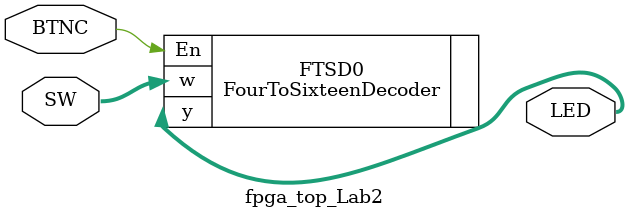
<source format=sv>
module fpga_top_Lab2(
    input logic [3:0] SW,
    input logic BTNC,
    output logic [0:15] LED
);

FourToSixteenDecoder FTSD0 (
	.w(SW), 
	.En(BTNC), 
	.y(LED)
);

endmodule

</source>
